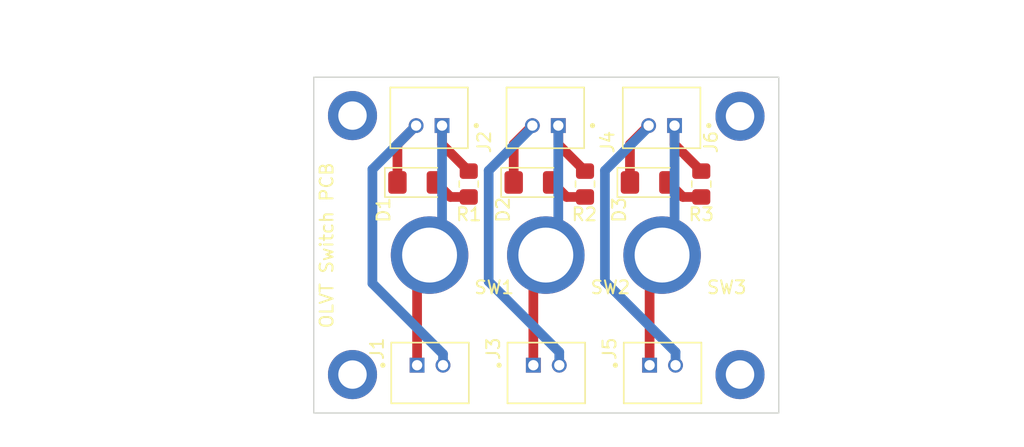
<source format=kicad_pcb>
(kicad_pcb (version 20221018) (generator pcbnew)
  (layers (0 "F.Cu" signal) (31 "B.Cu" signal) (34 "B.Paste" user) (35 "F.Paste" user) (36 "B.SilkS" user "B.Silkscreen") (37 "F.SilkS" user "F.Silkscreen") (38 "B.Mask" user) (39 "F.Mask" user) (44 "Edge.Cuts" user))
  (net 0 "")
  (net 1 "Net-(D1-Pad1)")
  (net 2 "Net-(D1-Pad2)")
  (net 3 "Net-(D2-Pad1)")
  (net 4 "Net-(D2-Pad2)")
  (net 5 "Net-(D3-Pad1)")
  (net 6 "Net-(D3-Pad2)")
  (net 7 "Net-(J1-Pad1)")
  (net 8 "Net-(J2-Pad1)")
  (net 9 "Net-(J3-Pad1)")
  (net 10 "Net-(J4-Pad1)")
  (net 11 "Net-(J5-Pad1)")
  (net 12 "Net-(J6-Pad1)")
  (footprint "MountingHole:MountingHole_2.2mm_M2_DIN965_Pad" (layer "F.Cu") (at 150.534 56.375)
    (fp_text reference "REF**" hide)
    (fp_text value "MountingHole_2.2mm_M2_DIN965_Pad")
    (pad "1" thru_hole circle (at 0 -0.05) (size 3.8 3.8) (drill 2.2) (layers "*.Cu" "*.Mask"))
  )
  (footprint "Resistor_SMD:R_0805_2012Metric_Pad1.20x1.40mm_HandSolder" (layer "F.Cu") (at 159.534 61.625 -90)
    (fp_text reference "R1" (at 2.35 0 180) (layer "F.SilkS"))
    (fp_text value "360")
    (fp_line (start -0.227064 -0.735) (end 0.227064 -0.735) (stroke (width 0.12)) (layer "F.SilkS"))
    (fp_line (start -0.227064 0.735) (end 0.227064 0.735) (stroke (width 0.12)) (layer "F.SilkS"))
    (pad "1" smd roundrect (at -1 0 270) (size 1.2 1.4) (layers "F.Cu" "F.Paste" "F.Mask") (roundrect_rratio 0.2083333333) (net 8 "Net-(J2-Pad1)"))
    (pad "2" smd roundrect (at 1 0 270) (size 1.2 1.4) (layers "F.Cu" "F.Paste" "F.Mask") (roundrect_rratio 0.2083333333) (net 2 "Net-(D1-Pad2)"))
  )
  (footprint "screwswitch:screw switch" (layer "F.Cu") (at 174.5 67.125)
    (fp_text reference "SW3" (at 5 2.5 unlocked) (layer "F.SilkS"))
    (fp_text value "SW_Screw")
    (pad "" np_thru_hole circle (at 0 0) (size 6 6) (drill 4.25) (layers "F&B.Cu" "*.Mask"))
  )
  (footprint "screwswitch:screw switch" (layer "F.Cu") (at 165.5 67.125)
    (fp_text reference "SW2" (at 5 2.5 unlocked) (layer "F.SilkS"))
    (fp_text value "SW_Screw")
    (pad "" np_thru_hole circle (at 0 0) (size 6 6) (drill 4.25) (layers "F&B.Cu" "*.Mask"))
  )
  (footprint "MountingHole:MountingHole_2.2mm_M2_DIN965_Pad" (layer "F.Cu") (at 150.534 76.375)
    (fp_text reference "REF**" hide)
    (fp_text value "MountingHole_2.2mm_M2_DIN965_Pad")
    (pad "1" thru_hole circle (at 0 0) (size 3.8 3.8) (drill 2.2) (layers "*.Cu" "*.Mask"))
  )
  (footprint "Resistor_SMD:R_0805_2012Metric_Pad1.20x1.40mm_HandSolder" (layer "F.Cu") (at 177.534 61.625 -90)
    (fp_text reference "R3" (at 2.35 0) (layer "F.SilkS"))
    (fp_text value "360")
    (fp_line (start -0.227064 -0.735) (end 0.227064 -0.735) (stroke (width 0.12)) (layer "F.SilkS"))
    (fp_line (start -0.227064 0.735) (end 0.227064 0.735) (stroke (width 0.12)) (layer "F.SilkS"))
    (pad "1" smd roundrect (at -1 0 270) (size 1.2 1.4) (layers "F.Cu" "F.Paste" "F.Mask") (roundrect_rratio 0.2083333333) (net 12 "Net-(J6-Pad1)"))
    (pad "2" smd roundrect (at 1 0 270) (size 1.2 1.4) (layers "F.Cu" "F.Paste" "F.Mask") (roundrect_rratio 0.2083333333) (net 6 "Net-(D3-Pad2)"))
  )
  (footprint "Switch:TE_440054-2" (layer "F.Cu") (at 175.466 57.1 180)
    (fp_text reference "J6" (at -2.818 -1.275 90) (layer "F.SilkS"))
    (fp_text value "440054-2")
    (fp_line (start -2 2.95) (end -2 -1.75) (stroke (width 0.127)) (layer "F.SilkS"))
    (fp_line (start 4.007 -1.75) (end -2 -1.75) (stroke (width 0.127)) (layer "F.SilkS"))
    (fp_line (start 4.007 -1.75) (end 4.007 2.95) (stroke (width 0.127)) (layer "F.SilkS"))
    (fp_line (start 4.007 2.95) (end -2 2.95) (stroke (width 0.127)) (layer "F.SilkS"))
    (fp_circle (center -2.65 0) (end -2.55 0) (stroke (width 0.2)) (fill none) (layer "F.SilkS"))
    (pad "1" thru_hole rect (at 0 0 180) (size 1.15 1.15) (drill 0.8) (layers "*.Cu" "*.Mask") (net 12 "Net-(J6-Pad1)"))
    (pad "2" thru_hole circle (at 2.007 0 180) (size 1.15 1.15) (drill 0.8) (layers "*.Cu" "*.Mask") (net 5 "Net-(D3-Pad1)"))
  )
  (footprint "Switch:TE_440054-2" (layer "F.Cu") (at 173.534 75.65)
    (fp_text reference "J5" (at -3.1 -1.275 90) (layer "F.SilkS"))
    (fp_text value "440054-2")
    (fp_line (start -2 2.95) (end -2 -1.75) (stroke (width 0.127)) (layer "F.SilkS"))
    (fp_line (start 4.007 -1.75) (end -2 -1.75) (stroke (width 0.127)) (layer "F.SilkS"))
    (fp_line (start 4.007 -1.75) (end 4.007 2.95) (stroke (width 0.127)) (layer "F.SilkS"))
    (fp_line (start 4.007 2.95) (end -2 2.95) (stroke (width 0.127)) (layer "F.SilkS"))
    (fp_circle (center -2.65 0) (end -2.55 0) (stroke (width 0.2)) (fill none) (layer "F.SilkS"))
    (pad "1" thru_hole rect (at 0 0) (size 1.15 1.15) (drill 0.8) (layers "*.Cu" "*.Mask") (net 11 "Net-(J5-Pad1)"))
    (pad "2" thru_hole circle (at 2.007 0) (size 1.15 1.15) (drill 0.8) (layers "*.Cu" "*.Mask") (net 5 "Net-(D3-Pad1)"))
  )
  (footprint "Switch:TE_440054-2" (layer "F.Cu") (at 166.466 57.1 180)
    (fp_text reference "J4" (at -3.818 -1.275 90) (layer "F.SilkS"))
    (fp_text value "440054-2")
    (fp_line (start -2 2.95) (end -2 -1.75) (stroke (width 0.127)) (layer "F.SilkS"))
    (fp_line (start 4.007 -1.75) (end -2 -1.75) (stroke (width 0.127)) (layer "F.SilkS"))
    (fp_line (start 4.007 -1.75) (end 4.007 2.95) (stroke (width 0.127)) (layer "F.SilkS"))
    (fp_line (start 4.007 2.95) (end -2 2.95) (stroke (width 0.127)) (layer "F.SilkS"))
    (fp_circle (center -2.65 0) (end -2.55 0) (stroke (width 0.2)) (fill none) (layer "F.SilkS"))
    (pad "1" thru_hole rect (at 0 0 180) (size 1.15 1.15) (drill 0.8) (layers "*.Cu" "*.Mask") (net 10 "Net-(J4-Pad1)"))
    (pad "2" thru_hole circle (at 2.007 0 180) (size 1.15 1.15) (drill 0.8) (layers "*.Cu" "*.Mask") (net 3 "Net-(D2-Pad1)"))
  )
  (footprint "MountingHole:MountingHole_2.2mm_M2_DIN965_Pad" (layer "F.Cu") (at 180.534 56.375)
    (fp_text reference "REF**" hide)
    (fp_text value "MountingHole_2.2mm_M2_DIN965_Pad")
    (pad "1" thru_hole circle (at 0 0) (size 3.8 3.8) (drill 2.2) (layers "*.Cu" "*.Mask"))
  )
  (footprint "LED_SMD:LED_1206_3216Metric_Pad1.42x1.75mm_HandSolder" (layer "F.Cu") (at 155.5 61.5)
    (fp_text reference "D1" (at -2.566 2.125 270) (layer "F.SilkS"))
    (fp_text value "LED")
    (fp_line (start -2.46 -1.135) (end -2.46 1.135) (stroke (width 0.12)) (layer "F.SilkS"))
    (fp_line (start -2.46 1.135) (end 1.6 1.135) (stroke (width 0.12)) (layer "F.SilkS"))
    (fp_line (start 1.6 -1.135) (end -2.46 -1.135) (stroke (width 0.12)) (layer "F.SilkS"))
    (pad "1" smd roundrect (at -1.4875 0) (size 1.425 1.75) (layers "F.Cu" "F.Paste" "F.Mask") (roundrect_rratio 0.1754392982) (net 1 "Net-(D1-Pad1)"))
    (pad "2" smd roundrect (at 1.4875 0) (size 1.425 1.75) (layers "F.Cu" "F.Paste" "F.Mask") (roundrect_rratio 0.1754392982) (net 2 "Net-(D1-Pad2)"))
  )
  (footprint "screwswitch:screw switch" (layer "F.Cu") (at 156.5 67.125)
    (fp_text reference "SW1" (at 5 2.5 unlocked) (layer "F.SilkS"))
    (fp_text value "SW_Screw")
    (pad "" np_thru_hole circle (at 0 0) (size 6 6) (drill 4.25) (layers "F&B.Cu" "*.Mask"))
  )
  (footprint "Switch:TE_440054-2" (layer "F.Cu") (at 164.534 75.65)
    (fp_text reference "J3" (at -3.1 -1.275 90) (layer "F.SilkS"))
    (fp_text value "440054-2")
    (fp_line (start -2 2.95) (end -2 -1.75) (stroke (width 0.127)) (layer "F.SilkS"))
    (fp_line (start 4.007 -1.75) (end -2 -1.75) (stroke (width 0.127)) (layer "F.SilkS"))
    (fp_line (start 4.007 -1.75) (end 4.007 2.95) (stroke (width 0.127)) (layer "F.SilkS"))
    (fp_line (start 4.007 2.95) (end -2 2.95) (stroke (width 0.127)) (layer "F.SilkS"))
    (fp_circle (center -2.65 0) (end -2.55 0) (stroke (width 0.2)) (fill none) (layer "F.SilkS"))
    (pad "1" thru_hole rect (at 0 0) (size 1.15 1.15) (drill 0.8) (layers "*.Cu" "*.Mask") (net 9 "Net-(J3-Pad1)"))
    (pad "2" thru_hole circle (at 2.007 0) (size 1.15 1.15) (drill 0.8) (layers "*.Cu" "*.Mask") (net 3 "Net-(D2-Pad1)"))
  )
  (footprint "Resistor_SMD:R_0805_2012Metric_Pad1.20x1.40mm_HandSolder" (layer "F.Cu") (at 168.534 61.625 -90)
    (fp_text reference "R2" (at 2.35 0.05) (layer "F.SilkS"))
    (fp_text value "360")
    (fp_line (start -0.227064 -0.735) (end 0.227064 -0.735) (stroke (width 0.12)) (layer "F.SilkS"))
    (fp_line (start -0.227064 0.735) (end 0.227064 0.735) (stroke (width 0.12)) (layer "F.SilkS"))
    (pad "1" smd roundrect (at -1 0 270) (size 1.2 1.4) (layers "F.Cu" "F.Paste" "F.Mask") (roundrect_rratio 0.2083333333) (net 10 "Net-(J4-Pad1)"))
    (pad "2" smd roundrect (at 1 0 270) (size 1.2 1.4) (layers "F.Cu" "F.Paste" "F.Mask") (roundrect_rratio 0.2083333333) (net 4 "Net-(D2-Pad2)"))
  )
  (footprint "Switch:TE_440054-2" (layer "F.Cu") (at 157.466 57.1 180)
    (fp_text reference "J2" (at -3.268 -1.275 90) (layer "F.SilkS"))
    (fp_text value "440054-2")
    (fp_line (start -2 2.95) (end -2 -1.75) (stroke (width 0.127)) (layer "F.SilkS"))
    (fp_line (start 4.007 -1.75) (end -2 -1.75) (stroke (width 0.127)) (layer "F.SilkS"))
    (fp_line (start 4.007 -1.75) (end 4.007 2.95) (stroke (width 0.127)) (layer "F.SilkS"))
    (fp_line (start 4.007 2.95) (end -2 2.95) (stroke (width 0.127)) (layer "F.SilkS"))
    (fp_circle (center -2.65 0) (end -2.55 0) (stroke (width 0.2)) (fill none) (layer "F.SilkS"))
    (pad "1" thru_hole rect (at 0 0 180) (size 1.15 1.15) (drill 0.8) (layers "*.Cu" "*.Mask") (net 8 "Net-(J2-Pad1)"))
    (pad "2" thru_hole circle (at 2.007 0 180) (size 1.15 1.15) (drill 0.8) (layers "*.Cu" "*.Mask") (net 1 "Net-(D1-Pad1)"))
  )
  (footprint "LED_SMD:LED_1206_3216Metric_Pad1.42x1.75mm_HandSolder" (layer "F.Cu") (at 173.5 61.5)
    (fp_text reference "D3" (at -2.316 2.125 90) (layer "F.SilkS"))
    (fp_text value "LED")
    (fp_line (start -2.46 -1.135) (end -2.46 1.135) (stroke (width 0.12)) (layer "F.SilkS"))
    (fp_line (start -2.46 1.135) (end 1.6 1.135) (stroke (width 0.12)) (layer "F.SilkS"))
    (fp_line (start 1.6 -1.135) (end -2.46 -1.135) (stroke (width 0.12)) (layer "F.SilkS"))
    (pad "1" smd roundrect (at -1.4875 0) (size 1.425 1.75) (layers "F.Cu" "F.Paste" "F.Mask") (roundrect_rratio 0.1754392982) (net 5 "Net-(D3-Pad1)"))
    (pad "2" smd roundrect (at 1.4875 0) (size 1.425 1.75) (layers "F.Cu" "F.Paste" "F.Mask") (roundrect_rratio 0.1754392982) (net 6 "Net-(D3-Pad2)"))
  )
  (footprint "LED_SMD:LED_1206_3216Metric_Pad1.42x1.75mm_HandSolder" (layer "F.Cu") (at 164.5 61.5)
    (fp_text reference "D2" (at -2.316 2.125 90) (layer "F.SilkS"))
    (fp_text value "LED")
    (fp_line (start -2.46 -1.135) (end -2.46 1.135) (stroke (width 0.12)) (layer "F.SilkS"))
    (fp_line (start -2.46 1.135) (end 1.6 1.135) (stroke (width 0.12)) (layer "F.SilkS"))
    (fp_line (start 1.6 -1.135) (end -2.46 -1.135) (stroke (width 0.12)) (layer "F.SilkS"))
    (pad "1" smd roundrect (at -1.4875 0) (size 1.425 1.75) (layers "F.Cu" "F.Paste" "F.Mask") (roundrect_rratio 0.1754392982) (net 3 "Net-(D2-Pad1)"))
    (pad "2" smd roundrect (at 1.4875 0) (size 1.425 1.75) (layers "F.Cu" "F.Paste" "F.Mask") (roundrect_rratio 0.1754392982) (net 4 "Net-(D2-Pad2)"))
  )
  (footprint "MountingHole:MountingHole_2.2mm_M2_DIN965_Pad" (layer "F.Cu") (at 180.534 76.375)
    (fp_text reference "REF**" hide)
    (fp_text value "MountingHole_2.2mm_M2_DIN965_Pad")
    (pad "1" thru_hole circle (at 0 0) (size 3.8 3.8) (drill 2.2) (layers "*.Cu" "*.Mask"))
  )
  (footprint "Switch:TE_440054-2" (layer "F.Cu") (at 155.534 75.65)
    (fp_text reference "J1" (at -3.1 -1.275 90) (layer "F.SilkS"))
    (fp_text value "440054-2")
    (fp_line (start -2 2.95) (end -2 -1.75) (stroke (width 0.127)) (layer "F.SilkS"))
    (fp_line (start 4.007 -1.75) (end -2 -1.75) (stroke (width 0.127)) (layer "F.SilkS"))
    (fp_line (start 4.007 -1.75) (end 4.007 2.95) (stroke (width 0.127)) (layer "F.SilkS"))
    (fp_line (start 4.007 2.95) (end -2 2.95) (stroke (width 0.127)) (layer "F.SilkS"))
    (fp_circle (center -2.65 0) (end -2.55 0) (stroke (width 0.2)) (fill none) (layer "F.SilkS"))
    (pad "1" thru_hole rect (at 0 0) (size 1.15 1.15) (drill 0.8) (layers "*.Cu" "*.Mask") (net 7 "Net-(J1-Pad1)"))
    (pad "2" thru_hole circle (at 2.007 0) (size 1.15 1.15) (drill 0.8) (layers "*.Cu" "*.Mask") (net 1 "Net-(D1-Pad1)"))
  )
  (gr_rect (start 147.534 53.35) (end 183.534 79.35) (stroke (width 0.1)) (fill none) (layer "Edge.Cuts"))
  (gr_text "OLVT Switch PCB" (at 148.534 66.375 90) (layer "F.SilkS") (effects (font (size 1 1))))
  (segment (start 154.0125 58.5465) (end 155.459 57.1) (width 0.75) (layer "F.Cu") (net 1))
  (segment (start 154.0125 61.5) (end 154.0125 58.5465) (width 0.75) (layer "F.Cu") (net 1))
  (segment (start 157.541 74.782) (end 152.075489 69.316489) (width 0.75) (layer "B.Cu") (net 1))
  (segment (start 152.075489 69.316489) (end 152.075489 60.483511) (width 0.75) (layer "B.Cu") (net 1))
  (segment (start 157.541 75.65) (end 157.541 74.782) (width 0.75) (layer "B.Cu") (net 1))
  (segment (start 152.075489 60.483511) (end 155.459 57.1) (width 0.75) (layer "B.Cu") (net 1))
  (segment (start 159.534 62.625) (end 158.1125 62.625) (width 0.75) (layer "F.Cu") (net 2))
  (segment (start 158.1125 62.625) (end 156.9875 61.5) (width 0.75) (layer "F.Cu") (net 2))
  (segment (start 163.0125 58.5465) (end 164.459 57.1) (width 0.75) (layer "F.Cu") (net 3))
  (segment (start 163.0125 61.5) (end 163.0125 58.5465) (width 0.75) (layer "F.Cu") (net 3))
  (segment (start 161.075489 69.166489) (end 166.541 74.632) (width 0.75) (layer "B.Cu") (net 3))
  (segment (start 164.459 57.2) (end 161.075489 60.583511) (width 0.75) (layer "B.Cu") (net 3))
  (segment (start 161.075489 60.583511) (end 161.075489 69.166489) (width 0.75) (layer "B.Cu") (net 3))
  (segment (start 164.459 57.1) (end 164.459 57.2) (width 0.75) (layer "B.Cu") (net 3))
  (segment (start 166.541 74.632) (end 166.541 75.65) (width 0.75) (layer "B.Cu") (net 3))
  (segment (start 168.534 62.625) (end 167.1125 62.625) (width 0.75) (layer "F.Cu") (net 4))
  (segment (start 167.1125 62.625) (end 165.9875 61.5) (width 0.75) (layer "F.Cu") (net 4))
  (segment (start 172.0125 58.5465) (end 173.459 57.1) (width 0.75) (layer "F.Cu") (net 5))
  (segment (start 172.0125 61.5) (end 172.0125 58.5465) (width 0.75) (layer "F.Cu") (net 5))
  (segment (start 170.075489 60.583511) (end 170.075489 69.166489) (width 0.75) (layer "B.Cu") (net 5))
  (segment (start 173.459 57.1) (end 173.459 57.2) (width 0.75) (layer "B.Cu") (net 5))
  (segment (start 173.459 57.2) (end 170.075489 60.583511) (width 0.75) (layer "B.Cu") (net 5))
  (segment (start 170.075489 69.166489) (end 175.541 74.632) (width 0.75) (layer "B.Cu") (net 5))
  (segment (start 175.541 74.632) (end 175.541 75.65) (width 0.75) (layer "B.Cu") (net 5))
  (segment (start 177.534 62.625) (end 176.1125 62.625) (width 0.75) (layer "F.Cu") (net 6))
  (segment (start 176.1125 62.625) (end 174.9875 61.5) (width 0.75) (layer "F.Cu") (net 6))
  (segment (start 155.534 75.65) (end 155.534 66.534) (width 0.75) (layer "F.Cu") (net 7))
  (segment (start 157.466 57.1) (end 157.466 58.557) (width 0.75) (layer "F.Cu") (net 8))
  (segment (start 157.466 58.557) (end 159.534 60.625) (width 0.75) (layer "F.Cu") (net 8))
  (segment (start 156.5 66.5) (end 157.466 65.534) (width 0.75) (layer "B.Cu") (net 8))
  (segment (start 157.466 65.534) (end 157.466 57.1) (width 0.75) (layer "B.Cu") (net 8))
  (segment (start 164.534 75.65) (end 164.534 66.534) (width 0.75) (layer "F.Cu") (net 9))
  (segment (start 166.466 57.1) (end 166.466 58.557) (width 0.75) (layer "F.Cu") (net 10))
  (segment (start 166.466 58.557) (end 168.534 60.625) (width 0.75) (layer "F.Cu") (net 10))
  (segment (start 165.659 66.5) (end 166.466 65.693) (width 0.75) (layer "B.Cu") (net 10))
  (segment (start 165.5 66.5) (end 165.659 66.5) (width 0.75) (layer "B.Cu") (net 10))
  (segment (start 166.466 65.693) (end 166.466 57.1) (width 0.75) (layer "B.Cu") (net 10))
  (segment (start 173.534 75.65) (end 173.534 66.534) (width 0.75) (layer "F.Cu") (net 11))
  (segment (start 175.466 58.557) (end 177.534 60.625) (width 0.75) (layer "F.Cu") (net 12))
  (segment (start 175.466 57.1) (end 175.466 58.557) (width 0.75) (layer "F.Cu") (net 12))
  (segment (start 175.466 57.1) (end 175.466 65.534) (width 0.75) (layer "B.Cu") (net 12))
  (segment (start 175.466 65.534) (end 174.5 66.5) (width 0.75) (layer "B.Cu") (net 12))
)
</source>
